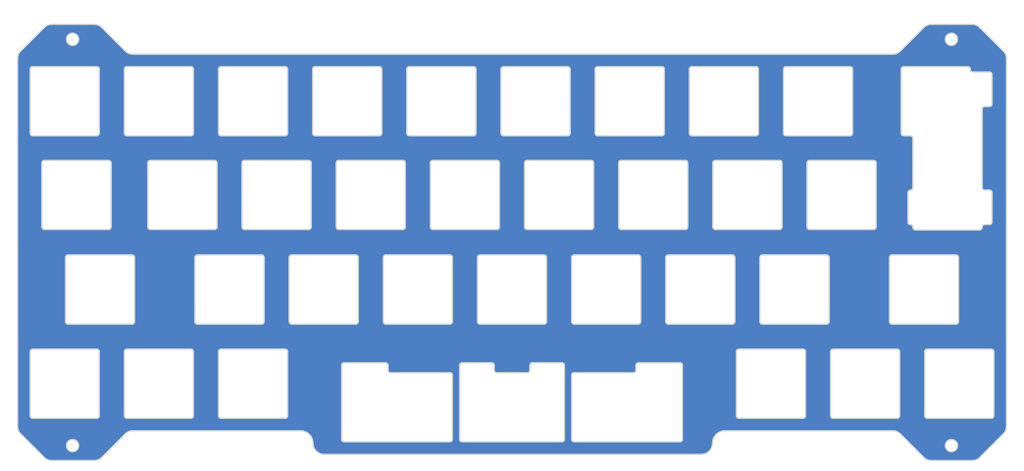
<source format=kicad_pcb>
(kicad_pcb (version 20221018) (generator pcbnew)
  (layers (0 "F.Cu" signal) (31 "B.Cu" signal) (34 "B.Paste" user) (35 "F.Paste" user) (36 "B.SilkS" user "B.Silkscreen") (37 "F.SilkS" user "F.Silkscreen") (38 "B.Mask" user) (39 "F.Mask" user) (44 "Edge.Cuts" user))
  (net 0 "")
  (gr_line (start 232.911371 81.660974) (end 232.911371 81.747974) (stroke (width 0.25)) (layer "Edge.Cuts"))
  (gr_line (start 111.967621 49.192716) (end 124.967621 49.192716) (stroke (width 0.25)) (layer "Edge.Cuts"))
  (gr_curve (pts (xy 202.454832 101.292716) (xy 202.17869 101.292716) (xy 201.954832 101.068858) (xy 201.954832 100.792716)) (stroke (width 0.25)) (layer "Edge.Cuts"))
  (gr_curve (pts (xy 249.292621 119.842716) (xy 249.292621 120.118858) (xy 249.068764 120.342716) (xy 248.792621 120.342716)) (stroke (width 0.25)) (layer "Edge.Cuts"))
  (gr_line (start 73.867621 49.192716) (end 86.867621 49.192716) (stroke (width 0.25)) (layer "Edge.Cuts"))
  (gr_line (start 111.180007 68.658716) (end 111.180007 81.658716) (stroke (width 0.25)) (layer "Edge.Cuts"))
  (gr_curve (pts (xy 97.180007 68.658716) (xy 97.180007 68.382573) (xy 97.403864 68.158716) (xy 97.680007 68.158716)) (stroke (width 0.25)) (layer "Edge.Cuts"))
  (gr_line (start 246.911371 73.660974) (end 246.911371 57.784974) (stroke (width 0.25)) (layer "Edge.Cuts"))
  (gr_line (start 135.780007 68.158716) (end 148.780007 68.158716) (stroke (width 0.25)) (layer "Edge.Cuts"))
  (gr_curve (pts (xy 126.254832 101.292716) (xy 125.97869 101.292716) (xy 125.754832 101.068858) (xy 125.754832 100.792716)) (stroke (width 0.25)) (layer "Edge.Cuts"))
  (gr_line (start 211.192621 106.842716) (end 211.192621 119.842716) (stroke (width 0.25)) (layer "Edge.Cuts"))
  (gr_line (start 249.292621 106.842716) (end 249.292621 119.842716) (stroke (width 0.25)) (layer "Edge.Cuts"))
  (gr_line (start 68.777955 128.281984) (end 73.606441 123.453598) (stroke (width 0.25)) (layer "Edge.Cuts"))
  (gr_curve (pts (xy 131.017621 63.192716) (xy 130.741479 63.192716) (xy 130.517621 62.968858) (xy 130.517621 62.692716)) (stroke (width 0.25)) (layer "Edge.Cuts"))
  (gr_line (start 161.917121 125.105474) (end 141.693121 125.105474) (stroke (width 0.25)) (layer "Edge.Cuts"))
  (gr_curve (pts (xy 246.911371 81.660974) (xy 246.911371 81.384832) (xy 247.135229 81.160974) (xy 247.411371 81.160974)) (stroke (width 0.25)) (layer "Edge.Cuts"))
  (gr_curve (pts (xy 111.967621 63.192716) (xy 111.691479 63.192716) (xy 111.467621 62.968858) (xy 111.467621 62.692716)) (stroke (width 0.25)) (layer "Edge.Cuts"))
  (gr_curve (pts (xy 246.411371 82.247974) (xy 246.687514 82.247974) (xy 246.911371 82.024117) (xy 246.911371 81.747974)) (stroke (width 0.25)) (layer "Edge.Cuts"))
  (gr_curve (pts (xy 232.411371 81.160974) (xy 232.687514 81.160974) (xy 232.911371 81.384832) (xy 232.911371 81.660974)) (stroke (width 0.25)) (layer "Edge.Cuts"))
  (gr_curve (pts (xy 173.380007 68.658716) (xy 173.380007 68.382573) (xy 173.603864 68.158716) (xy 173.880007 68.158716)) (stroke (width 0.25)) (layer "Edge.Cuts"))
  (gr_line (start 73.367621 119.842716) (end 73.367621 106.842716) (stroke (width 0.25)) (layer "Edge.Cuts"))
  (gr_curve (pts (xy 244.530121 49.692974) (xy 244.530121 49.416832) (xy 244.306264 49.192974) (xy 244.030121 49.192974)) (stroke (width 0.25)) (layer "Edge.Cuts"))
  (gr_curve (pts (xy 228.149082 87.792716) (xy 228.149082 87.516573) (xy 228.37294 87.292716) (xy 228.649082 87.292716)) (stroke (width 0.25)) (layer "Edge.Cuts"))
  (gr_curve (pts (xy 54.317621 106.842716) (xy 54.317621 106.566573) (xy 54.541479 106.342716) (xy 54.817621 106.342716)) (stroke (width 0.25)) (layer "Edge.Cuts"))
  (gr_curve (pts (xy 251.818004 47.496387) (xy 251.818002 46.965953) (xy 251.607285 46.457245) (xy 251.23221 46.082174)) (stroke (width 0.25)) (layer "Edge.Cuts"))
  (gr_curve (pts (xy 241.649082 87.292716) (xy 241.925224 87.292716) (xy 242.149082 87.516573) (xy 242.149082 87.792716)) (stroke (width 0.25)) (layer "Edge.Cuts"))
  (gr_curve (pts (xy 235.292621 106.842716) (xy 235.292621 106.566573) (xy 235.516479 106.342716) (xy 235.792621 106.342716)) (stroke (width 0.25)) (layer "Edge.Cuts"))
  (gr_curve (pts (xy 232.911371 73.660974) (xy 232.911371 73.937117) (xy 232.687514 74.160974) (xy 232.411371 74.160974)) (stroke (width 0.25)) (layer "Edge.Cuts"))
  (gr_curve (pts (xy 248.911371 50.784974) (xy 248.911371 50.508832) (xy 248.687514 50.284974) (xy 248.411371 50.284974)) (stroke (width 0.25)) (layer "Edge.Cuts"))
  (gr_line (start 185.793121 125.105474) (end 164.355121 125.105474) (stroke (width 0.25)) (layer "Edge.Cuts"))
  (gr_line (start 251.23221 46.082174) (end 246.40375 41.253714) (stroke (width 0.25)) (layer "Edge.Cuts"))
  (gr_line (start 231.030121 63.197974) (end 232.411371 63.197974) (stroke (width 0.25)) (layer "Edge.Cuts"))
  (gr_line (start 187.667621 62.692716) (end 187.667621 49.692716) (stroke (width 0.25)) (layer "Edge.Cuts"))
  (gr_curve (pts (xy 236.571091 40.667928) (xy 236.040658 40.667928) (xy 235.53195 40.878641) (xy 235.156877 41.253714)) (stroke (width 0.25)) (layer "Edge.Cuts"))
  (gr_curve (pts (xy 141.693121 125.105474) (xy 141.416979 125.105474) (xy 141.193121 124.881617) (xy 141.193121 124.605474)) (stroke (width 0.25)) (layer "Edge.Cuts"))
  (gr_line (start 247.411371 81.160974) (end 248.411371 81.160974) (stroke (width 0.25)) (layer "Edge.Cuts"))
  (gr_line (start 167.830007 82.158716) (end 154.830007 82.158716) (stroke (width 0.25)) (layer "Edge.Cuts"))
  (gr_line (start 113.807114 127.629698) (end 190.101618 127.629698) (stroke (width 0.25)) (layer "Edge.Cuts"))
  (gr_line (start 225.480007 68.658716) (end 225.480007 81.658716) (stroke (width 0.25)) (layer "Edge.Cuts"))
  (gr_curve (pts (xy 74.960332 87.292974) (xy 75.236474 87.292974) (xy 75.460332 87.516832) (xy 75.460332 87.792974)) (stroke (width 0.25)) (layer "Edge.Cuts"))
  (gr_curve (pts (xy 147.693121 109.105474) (xy 147.969264 109.105474) (xy 148.193121 109.329332) (xy 148.193121 109.605474)) (stroke (width 0.25)) (layer "Edge.Cuts"))
  (gr_line (start 168.330007 68.658716) (end 168.330007 81.658716) (stroke (width 0.25)) (layer "Edge.Cuts"))
  (gr_line (start 149.280007 68.658716) (end 149.280007 81.658716) (stroke (width 0.25)) (layer "Edge.Cuts"))
  (gr_line (start 117.317121 124.605474) (end 117.317121 109.605474) (stroke (width 0.25)) (layer "Edge.Cuts"))
  (gr_curve (pts (xy 230.530121 62.697974) (xy 230.530121 62.974117) (xy 230.753979 63.197974) (xy 231.030121 63.197974)) (stroke (width 0.25)) (layer "Edge.Cuts"))
  (gr_curve (pts (xy 186.880007 68.158716) (xy 187.156149 68.158716) (xy 187.380007 68.382573) (xy 187.380007 68.658716)) (stroke (width 0.25)) (layer "Edge.Cuts"))
  (gr_curve (pts (xy 185.793121 109.105474) (xy 186.069264 109.105474) (xy 186.293121 109.329332) (xy 186.293121 109.605474)) (stroke (width 0.25)) (layer "Edge.Cuts"))
  (gr_curve (pts (xy 230.242621 119.842716) (xy 230.242621 120.118858) (xy 230.018764 120.342716) (xy 229.742621 120.342716)) (stroke (width 0.25)) (layer "Edge.Cuts"))
  (gr_line (start 148.193121 109.605474) (end 148.193121 110.610474) (stroke (width 0.25)) (layer "Edge.Cuts"))
  (gr_line (start 110.680007 82.158716) (end 97.680007 82.158716) (stroke (width 0.25)) (layer "Edge.Cuts"))
  (gr_curve (pts (xy 117.317121 109.605474) (xy 117.317121 109.329332) (xy 117.540979 109.105474) (xy 117.817121 109.105474)) (stroke (width 0.25)) (layer "Edge.Cuts"))
  (gr_line (start 67.817621 120.342716) (end 54.817621 120.342716) (stroke (width 0.25)) (layer "Edge.Cuts"))
  (gr_line (start 105.917621 63.192716) (end 92.917621 63.192716) (stroke (width 0.25)) (layer "Edge.Cuts"))
  (gr_curve (pts (xy 192.930007 82.158716) (xy 192.653864 82.158716) (xy 192.430007 81.934858) (xy 192.430007 81.658716)) (stroke (width 0.25)) (layer "Edge.Cuts"))
  (gr_line (start 224.980007 82.158716) (end 211.980007 82.158716) (stroke (width 0.25)) (layer "Edge.Cuts"))
  (gr_curve (pts (xy 231.911371 80.660974) (xy 231.911371 80.937117) (xy 232.135229 81.160974) (xy 232.411371 81.160974)) (stroke (width 0.25)) (layer "Edge.Cuts"))
  (gr_line (start 182.117621 63.192716) (end 169.117621 63.192716) (stroke (width 0.25)) (layer "Edge.Cuts"))
  (gr_line (start 228.649082 87.292716) (end 241.649082 87.292716) (stroke (width 0.25)) (layer "Edge.Cuts"))
  (gr_line (start 106.417621 106.842716) (end 106.417621 119.842716) (stroke (width 0.25)) (layer "Edge.Cuts"))
  (gr_curve (pts (xy 139.754832 100.792716) (xy 139.754832 101.068858) (xy 139.530974 101.292716) (xy 139.254832 101.292716)) (stroke (width 0.25)) (layer "Edge.Cuts"))
  (gr_curve (pts (xy 61.960332 101.292974) (xy 61.68419 101.292974) (xy 61.460332 101.069117) (xy 61.460332 100.792974)) (stroke (width 0.25)) (layer "Edge.Cuts"))
  (gr_curve (pts (xy 251.231805 123.455434) (xy 251.606882 123.080365) (xy 251.817601 122.57166) (xy 251.817606 122.041227)) (stroke (width 0.25)) (layer "Edge.Cuts"))
  (gr_line (start 188.167621 49.192716) (end 201.167621 49.192716) (stroke (width 0.25)) (layer "Edge.Cuts"))
  (gr_line (start 141.693121 109.105474) (end 147.693121 109.105474) (stroke (width 0.25)) (layer "Edge.Cuts"))
  (gr_line (start 74.960332 101.292974) (end 61.960332 101.292974) (stroke (width 0.25)) (layer "Edge.Cuts"))
  (gr_curve (pts (xy 248.792621 106.342716) (xy 249.068764 106.342716) (xy 249.292621 106.566573) (xy 249.292621 106.842716)) (stroke (width 0.25)) (layer "Edge.Cuts"))
  (gr_curve (pts (xy 186.293121 124.605474) (xy 186.293121 124.881617) (xy 186.069264 125.105474) (xy 185.793121 125.105474)) (stroke (width 0.25)) (layer "Edge.Cuts"))
  (gr_curve (pts (xy 92.130007 81.658716) (xy 92.130007 81.934858) (xy 91.906149 82.158716) (xy 91.630007 82.158716)) (stroke (width 0.25)) (layer "Edge.Cuts"))
  (gr_line (start 164.354832 87.292716) (end 177.354832 87.292716) (stroke (width 0.25)) (layer "Edge.Cuts"))
  (gr_line (start 201.954832 100.792716) (end 201.954832 87.792716) (stroke (width 0.25)) (layer "Edge.Cuts"))
  (gr_line (start 73.606837 46.082141) (end 68.77841 41.253714) (stroke (width 0.25)) (layer "Edge.Cuts"))
  (gr_curve (pts (xy 248.411371 57.284974) (xy 248.687514 57.284974) (xy 248.911371 57.061117) (xy 248.911371 56.784974)) (stroke (width 0.25)) (layer "Edge.Cuts"))
  (gr_curve (pts (xy 163.855121 111.605474) (xy 163.855121 111.329332) (xy 164.078979 111.105474) (xy 164.355121 111.105474)) (stroke (width 0.25)) (layer "Edge.Cuts"))
  (gr_line (start 211.480007 81.658716) (end 211.480007 68.658716) (stroke (width 0.25)) (layer "Edge.Cuts"))
  (gr_line (start 210.692621 120.342716) (end 197.692621 120.342716) (stroke (width 0.25)) (layer "Edge.Cuts"))
  (gr_curve (pts (xy 105.917621 49.192716) (xy 106.193764 49.192716) (xy 106.417621 49.416573) (xy 106.417621 49.692716)) (stroke (width 0.25)) (layer "Edge.Cuts"))
  (gr_line (start 101.654832 87.792716) (end 101.654832 100.792716) (stroke (width 0.25)) (layer "Edge.Cuts"))
  (gr_curve (pts (xy 232.411371 74.160974) (xy 232.135229 74.160974) (xy 231.911371 74.384832) (xy 231.911371 74.660974)) (stroke (width 0.25)) (layer "Edge.Cuts"))
  (gr_curve (pts (xy 176.380121 111.105474) (xy 176.656264 111.105474) (xy 176.880121 110.881617) (xy 176.880121 110.605474)) (stroke (width 0.25)) (layer "Edge.Cuts"))
  (gr_line (start 70.699007 68.658581) (end 70.699007 81.658581) (stroke (width 0.25)) (layer "Edge.Cuts"))
  (gr_circle (center 240.698851 125.869552) (end 241.948851 125.869552) (stroke (width 0.25)) (fill none) (layer "Edge.Cuts"))
  (gr_line (start 51.792621 84.646702) (end 51.792231 122.039165) (stroke (width 0.25)) (layer "Edge.Cuts"))
  (gr_line (start 120.704832 87.792716) (end 120.704832 100.792716) (stroke (width 0.25)) (layer "Edge.Cuts"))
  (gr_line (start 232.911371 63.697974) (end 232.911371 73.660974) (stroke (width 0.25)) (layer "Edge.Cuts"))
  (gr_circle (center 62.911162 125.867709) (end 64.161162 125.867709) (stroke (width 0.25)) (fill none) (layer "Edge.Cuts"))
  (gr_line (start 235.156877 41.253714) (end 230.328408 46.082183) (stroke (width 0.25)) (layer "Edge.Cuts"))
  (gr_line (start 107.204832 87.292716) (end 120.204832 87.292716) (stroke (width 0.25)) (layer "Edge.Cuts"))
  (gr_line (start 145.304832 87.292716) (end 158.304832 87.292716) (stroke (width 0.25)) (layer "Edge.Cuts"))
  (gr_line (start 78.130007 81.658716) (end 78.130007 68.658716) (stroke (width 0.25)) (layer "Edge.Cuts"))
  (gr_curve (pts (xy 201.667621 62.692716) (xy 201.667621 62.968858) (xy 201.443764 63.192716) (xy 201.167621 63.192716)) (stroke (width 0.25)) (layer "Edge.Cuts"))
  (gr_curve (pts (xy 207.217621 63.192716) (xy 206.941479 63.192716) (xy 206.717621 62.968858) (xy 206.717621 62.692716)) (stroke (width 0.25)) (layer "Edge.Cuts"))
  (gr_line (start 194.863345 122.867975) (end 228.912399 122.868026) (stroke (width 0.25)) (layer "Edge.Cuts"))
  (gr_curve (pts (xy 124.967621 49.192716) (xy 125.243764 49.192716) (xy 125.467621 49.416573) (xy 125.467621 49.692716)) (stroke (width 0.25)) (layer "Edge.Cuts"))
  (gr_line (start 117.817121 109.105474) (end 126.230121 109.105474) (stroke (width 0.25)) (layer "Edge.Cuts"))
  (gr_line (start 131.017621 49.192716) (end 144.017621 49.192716) (stroke (width 0.25)) (layer "Edge.Cuts"))
  (gr_line (start 220.717621 49.692716) (end 220.717621 62.692716) (stroke (width 0.25)) (layer "Edge.Cuts"))
  (gr_line (start 139.755121 111.605474) (end 139.755121 124.605474) (stroke (width 0.25)) (layer "Edge.Cuts"))
  (gr_curve (pts (xy 101.654832 100.792716) (xy 101.654832 101.068858) (xy 101.430974 101.292716) (xy 101.154832 101.292716)) (stroke (width 0.25)) (layer "Edge.Cuts"))
  (gr_curve (pts (xy 92.417621 106.842716) (xy 92.417621 106.566573) (xy 92.641479 106.342716) (xy 92.917621 106.342716)) (stroke (width 0.25)) (layer "Edge.Cuts"))
  (gr_line (start 87.367621 106.842716) (end 87.367621 119.842716) (stroke (width 0.25)) (layer "Edge.Cuts"))
  (gr_curve (pts (xy 92.917621 63.192716) (xy 92.641479 63.192716) (xy 92.417621 62.968858) (xy 92.417621 62.692716)) (stroke (width 0.25)) (layer "Edge.Cuts"))
  (gr_line (start 207.217621 49.192716) (end 220.217621 49.192716) (stroke (width 0.25)) (layer "Edge.Cuts"))
  (gr_curve (pts (xy 86.867621 106.342716) (xy 87.143764 106.342716) (xy 87.367621 106.566573) (xy 87.367621 106.842716)) (stroke (width 0.25)) (layer "Edge.Cuts"))
  (gr_line (start 231.911371 74.660974) (end 231.911371 80.660974) (stroke (width 0.25)) (layer "Edge.Cuts"))
  (gr_line (start 139.254832 101.292716) (end 126.254832 101.292716) (stroke (width 0.25)) (layer "Edge.Cuts"))
  (gr_curve (pts (xy 120.704832 100.792716) (xy 120.704832 101.068858) (xy 120.480974 101.292716) (xy 120.204832 101.292716)) (stroke (width 0.25)) (layer "Edge.Cuts"))
  (gr_curve (pts (xy 164.355121 125.105474) (xy 164.078979 125.105474) (xy 163.855121 124.881617) (xy 163.855121 124.605474)) (stroke (width 0.25)) (layer "Edge.Cuts"))
  (gr_curve (pts (xy 54.817621 120.342716) (xy 54.541479 120.342716) (xy 54.317621 120.118858) (xy 54.317621 119.842716)) (stroke (width 0.25)) (layer "Edge.Cuts"))
  (gr_line (start 87.367621 49.692716) (end 87.367621 62.692716) (stroke (width 0.25)) (layer "Edge.Cuts"))
  (gr_curve (pts (xy 220.217621 49.192716) (xy 220.493764 49.192716) (xy 220.717621 49.416573) (xy 220.717621 49.692716)) (stroke (width 0.25)) (layer "Edge.Cuts"))
  (gr_curve (pts (xy 51.792231 122.039165) (xy 51.792225 122.569598) (xy 52.002934 123.078308) (xy 52.378002 123.453385)) (stroke (width 0.25)) (layer "Edge.Cuts"))
  (gr_line (start 135.280007 81.658716) (end 135.280007 68.658716) (stroke (width 0.25)) (layer "Edge.Cuts"))
  (gr_curve (pts (xy 196.404832 87.292716) (xy 196.680974 87.292716) (xy 196.904832 87.516573) (xy 196.904832 87.792716)) (stroke (width 0.25)) (layer "Edge.Cuts"))
  (gr_line (start 97.180007 81.658716) (end 97.180007 68.658716) (stroke (width 0.25)) (layer "Edge.Cuts"))
  (gr_curve (pts (xy 228.912399 122.868026) (xy 229.442838 122.868027) (xy 229.951551 123.078746) (xy 230.326624 123.453827)) (stroke (width 0.25)) (layer "Edge.Cuts"))
  (gr_curve (pts (xy 231.030121 49.192974) (xy 230.753979 49.192974) (xy 230.530121 49.416832) (xy 230.530121 49.692974)) (stroke (width 0.25)) (layer "Edge.Cuts"))
  (gr_line (start 127.230121 111.105474) (end 139.255121 111.105474) (stroke (width 0.25)) (layer "Edge.Cuts"))
  (gr_line (start 57.199007 68.158581) (end 70.199007 68.158581) (stroke (width 0.25)) (layer "Edge.Cuts"))
  (gr_curve (pts (xy 248.911371 74.660974) (xy 248.911371 74.384832) (xy 248.687514 74.160974) (xy 248.411371 74.160974)) (stroke (width 0.25)) (layer "Edge.Cuts"))
  (gr_curve (pts (xy 220.717621 62.692716) (xy 220.717621 62.968858) (xy 220.493764 63.192716) (xy 220.217621 63.192716)) (stroke (width 0.25)) (layer "Edge.Cuts"))
  (gr_curve (pts (xy 187.667621 49.692716) (xy 187.667621 49.416573) (xy 187.891479 49.192716) (xy 188.167621 49.192716)) (stroke (width 0.25)) (layer "Edge.Cuts"))
  (gr_curve (pts (xy 116.730007 82.158716) (xy 116.453864 82.158716) (xy 116.230007 81.934858) (xy 116.230007 81.658716)) (stroke (width 0.25)) (layer "Edge.Cuts"))
  (gr_curve (pts (xy 67.363735 128.867755) (xy 67.894168 128.867761) (xy 68.402878 128.657052) (xy 68.777955 128.281984)) (stroke (width 0.25)) (layer "Edge.Cuts"))
  (gr_curve (pts (xy 173.880007 82.158716) (xy 173.603864 82.158716) (xy 173.380007 81.934858) (xy 173.380007 81.658716)) (stroke (width 0.25)) (layer "Edge.Cuts"))
  (gr_curve (pts (xy 177.354832 87.292716) (xy 177.630974 87.292716) (xy 177.854832 87.516573) (xy 177.854832 87.792716)) (stroke (width 0.25)) (layer "Edge.Cuts"))
  (gr_line (start 51.792621 47.496355) (end 51.792621 84.646702) (stroke (width 0.25)) (layer "Edge.Cuts"))
  (gr_line (start 67.818007 63.192974) (end 54.818007 63.192974) (stroke (width 0.25)) (layer "Edge.Cuts"))
  (gr_curve (pts (xy 148.780007 68.158716) (xy 149.056149 68.158716) (xy 149.280007 68.382573) (xy 149.280007 68.658716)) (stroke (width 0.25)) (layer "Edge.Cuts"))
  (gr_line (start 154.330007 81.658716) (end 154.330007 68.658716) (stroke (width 0.25)) (layer "Edge.Cuts"))
  (gr_line (start 177.354832 101.292716) (end 164.354832 101.292716) (stroke (width 0.25)) (layer "Edge.Cuts"))
  (gr_line (start 248.911371 56.784974) (end 248.911371 50.784974) (stroke (width 0.25)) (layer "Edge.Cuts"))
  (gr_line (start 241.649082 101.292716) (end 228.649082 101.292716) (stroke (width 0.25)) (layer "Edge.Cuts"))
  (gr_curve (pts (xy 176.880121 109.610474) (xy 176.880121 109.334332) (xy 177.103979 109.110474) (xy 177.380121 109.110474)) (stroke (width 0.25)) (layer "Edge.Cuts"))
  (gr_line (start 139.754832 87.792716) (end 139.754832 100.792716) (stroke (width 0.25)) (layer "Edge.Cuts"))
  (gr_line (start 248.411371 74.160974) (end 247.411371 74.160974) (stroke (width 0.25)) (layer "Edge.Cuts"))
  (gr_line (start 74.996336 122.867974) (end 109.04539 122.867974) (stroke (width 0.25)) (layer "Edge.Cuts"))
  (gr_line (start 144.804832 100.792716) (end 144.804832 87.792716) (stroke (width 0.25)) (layer "Edge.Cuts"))
  (gr_curve (pts (xy 158.804832 100.792716) (xy 158.804832 101.068858) (xy 158.580974 101.292716) (xy 158.304832 101.292716)) (stroke (width 0.25)) (layer "Edge.Cuts"))
  (gr_curve (pts (xy 149.567621 49.692716) (xy 149.567621 49.416573) (xy 149.791479 49.192716) (xy 150.067621 49.192716)) (stroke (width 0.25)) (layer "Edge.Cuts"))
  (gr_curve (pts (xy 158.304832 87.292716) (xy 158.580974 87.292716) (xy 158.804832 87.516573) (xy 158.804832 87.792716)) (stroke (width 0.25)) (layer "Edge.Cuts"))
  (gr_line (start 216.742621 106.342716) (end 229.742621 106.342716) (stroke (width 0.25)) (layer "Edge.Cuts"))
  (gr_curve (pts (xy 215.454832 87.292716) (xy 215.730974 87.292716) (xy 215.954832 87.516573) (xy 215.954832 87.792716)) (stroke (width 0.25)) (layer "Edge.Cuts"))
  (gr_curve (pts (xy 120.204832 87.292716) (xy 120.480974 87.292716) (xy 120.704832 87.516573) (xy 120.704832 87.792716)) (stroke (width 0.25)) (layer "Edge.Cuts"))
  (gr_curve (pts (xy 125.754832 87.792716) (xy 125.754832 87.516573) (xy 125.97869 87.292716) (xy 126.254832 87.292716)) (stroke (width 0.25)) (layer "Edge.Cuts"))
  (gr_line (start 215.954832 87.792716) (end 215.954832 100.792716) (stroke (width 0.25)) (layer "Edge.Cuts"))
  (gr_curve (pts (xy 68.317621 119.842716) (xy 68.317621 120.118858) (xy 68.093764 120.342716) (xy 67.817621 120.342716)) (stroke (width 0.25)) (layer "Edge.Cuts"))
  (gr_line (start 75.460332 87.792974) (end 75.460332 100.792974) (stroke (width 0.25)) (layer "Edge.Cuts"))
  (gr_line (start 149.567621 62.692716) (end 149.567621 49.692716) (stroke (width 0.25)) (layer "Edge.Cuts"))
  (gr_curve (pts (xy 91.630007 68.158716) (xy 91.906149 68.158716) (xy 92.130007 68.382573) (xy 92.130007 68.658716)) (stroke (width 0.25)) (layer "Edge.Cuts"))
  (gr_curve (pts (xy 182.617621 62.692716) (xy 182.617621 62.968858) (xy 182.393764 63.192716) (xy 182.117621 63.192716)) (stroke (width 0.25)) (layer "Edge.Cuts"))
  (gr_line (start 206.430007 68.658716) (end 206.430007 81.658716) (stroke (width 0.25)) (layer "Edge.Cuts"))
  (gr_curve (pts (xy 130.230007 81.658716) (xy 130.230007 81.934858) (xy 130.006149 82.158716) (xy 129.730007 82.158716)) (stroke (width 0.25)) (layer "Edge.Cuts"))
  (gr_curve (pts (xy 92.417621 49.692716) (xy 92.417621 49.416573) (xy 92.641479 49.192716) (xy 92.917621 49.192716)) (stroke (width 0.25)) (layer "Edge.Cuts"))
  (gr_curve (pts (xy 92.917621 120.342716) (xy 92.641479 120.342716) (xy 92.417621 120.118858) (xy 92.417621 119.842716)) (stroke (width 0.25)) (layer "Edge.Cuts"))
  (gr_curve (pts (xy 215.954832 100.792716) (xy 215.954832 101.068858) (xy 215.730974 101.292716) (xy 215.454832 101.292716)) (stroke (width 0.25)) (layer "Edge.Cuts"))
  (gr_curve (pts (xy 52.378407 46.082141) (xy 52.003335 46.457214) (xy 51.792621 46.965922) (xy 51.792621 47.496355)) (stroke (width 0.25)) (layer "Edge.Cuts"))
  (gr_line (start 182.904832 100.792716) (end 182.904832 87.792716) (stroke (width 0.25)) (layer "Edge.Cuts"))
  (gr_curve (pts (xy 139.755121 124.605474) (xy 139.755121 124.881617) (xy 139.531264 125.105474) (xy 139.255121 125.105474)) (stroke (width 0.25)) (layer "Edge.Cuts"))
  (gr_line (start 197.692621 106.342716) (end 210.692621 106.342716) (stroke (width 0.25)) (layer "Edge.Cuts"))
  (gr_curve (pts (xy 163.567621 62.692716) (xy 163.567621 62.968858) (xy 163.343764 63.192716) (xy 163.067621 63.192716)) (stroke (width 0.25)) (layer "Edge.Cuts"))
  (gr_curve (pts (xy 73.367621 49.692716) (xy 73.367621 49.416573) (xy 73.591479 49.192716) (xy 73.867621 49.192716)) (stroke (width 0.25)) (layer "Edge.Cuts"))
  (gr_curve (pts (xy 168.617621 49.692716) (xy 168.617621 49.416573) (xy 168.841479 49.192716) (xy 169.117621 49.192716)) (stroke (width 0.25)) (layer "Edge.Cuts"))
  (gr_curve (pts (xy 75.021051 46.667927) (xy 74.490618 46.667927) (xy 73.98191 46.457214) (xy 73.606837 46.082141)) (stroke (width 0.25)) (layer "Edge.Cuts"))
  (gr_circle (center 62.911162 43.667927) (end 64.161162 43.667927) (stroke (width 0.25)) (fill none) (layer "Edge.Cuts"))
  (gr_line (start 244.530121 49.784974) (end 244.530121 49.692974) (stroke (width 0.25)) (layer "Edge.Cuts"))
  (gr_curve (pts (xy 111.180007 81.658716) (xy 111.180007 81.934858) (xy 110.956149 82.158716) (xy 110.680007 82.158716)) (stroke (width 0.25)) (layer "Edge.Cuts"))
  (gr_curve (pts (xy 154.830007 82.158716) (xy 154.553864 82.158716) (xy 154.330007 81.934858) (xy 154.330007 81.658716)) (stroke (width 0.25)) (layer "Edge.Cuts"))
  (gr_curve (pts (xy 57.206379 128.281862) (xy 57.581448 128.656939) (xy 58.090153 128.867658) (xy 58.620586 128.867664)) (stroke (width 0.25)) (layer "Edge.Cuts"))
  (gr_curve (pts (xy 88.154832 101.292716) (xy 87.87869 101.292716) (xy 87.654832 101.068858) (xy 87.654832 100.792716)) (stroke (width 0.25)) (layer "Edge.Cuts"))
  (gr_circle (center 240.698851 43.667946) (end 241.948851 43.667946) (stroke (width 0.25)) (fill none) (layer "Edge.Cuts"))
  (gr_line (start 163.854832 100.792716) (end 163.854832 87.792716) (stroke (width 0.25)) (layer "Edge.Cuts"))
  (gr_line (start 176.880121 110.605474) (end 176.880121 109.610474) (stroke (width 0.25)) (layer "Edge.Cuts"))
  (gr_curve (pts (xy 116.230007 68.658716) (xy 116.230007 68.382573) (xy 116.453864 68.158716) (xy 116.730007 68.158716)) (stroke (width 0.25)) (layer "Edge.Cuts"))
  (gr_line (start 54.318007 62.692974) (end 54.318007 49.692974) (stroke (width 0.25)) (layer "Edge.Cuts"))
  (gr_line (start 97.680007 68.158716) (end 110.680007 68.158716) (stroke (width 0.25)) (layer "Edge.Cuts"))
  (gr_curve (pts (xy 224.980007 68.158716) (xy 225.256149 68.158716) (xy 225.480007 68.382573) (xy 225.480007 68.658716)) (stroke (width 0.25)) (layer "Edge.Cuts"))
  (gr_curve (pts (xy 73.867621 63.192716) (xy 73.591479 63.192716) (xy 73.367621 62.968858) (xy 73.367621 62.692716)) (stroke (width 0.25)) (layer "Edge.Cuts"))
  (gr_curve (pts (xy 68.77841 41.253714) (xy 68.403337 40.878641) (xy 67.89463 40.667927) (xy 67.364197 40.667927)) (stroke (width 0.25)) (layer "Edge.Cuts"))
  (gr_line (start 173.880007 68.158716) (end 186.880007 68.158716) (stroke (width 0.25)) (layer "Edge.Cuts"))
  (gr_curve (pts (xy 117.817121 125.105474) (xy 117.540979 125.105474) (xy 117.317121 124.881617) (xy 117.317121 124.605474)) (stroke (width 0.25)) (layer "Edge.Cuts"))
  (gr_line (start 168.617621 62.692716) (end 168.617621 49.692716) (stroke (width 0.25)) (layer "Edge.Cuts"))
  (gr_curve (pts (xy 141.193121 109.605474) (xy 141.193121 109.329332) (xy 141.416979 109.105474) (xy 141.693121 109.105474)) (stroke (width 0.25)) (layer "Edge.Cuts"))
  (gr_line (start 247.411371 57.284974) (end 248.411371 57.284974) (stroke (width 0.25)) (layer "Edge.Cuts"))
  (gr_line (start 144.517621 49.692716) (end 144.517621 62.692716) (stroke (width 0.25)) (layer "Edge.Cuts"))
  (gr_curve (pts (xy 163.854832 87.792716) (xy 163.854832 87.516573) (xy 164.07869 87.292716) (xy 164.354832 87.292716)) (stroke (width 0.25)) (layer "Edge.Cuts"))
  (gr_line (start 235.292621 119.842716) (end 235.292621 106.842716) (stroke (width 0.25)) (layer "Edge.Cuts"))
  (gr_curve (pts (xy 87.367621 119.842716) (xy 87.367621 120.118858) (xy 87.143764 120.342716) (xy 86.867621 120.342716)) (stroke (width 0.25)) (layer "Edge.Cuts"))
  (gr_line (start 54.818007 49.192974) (end 67.818007 49.192974) (stroke (width 0.25)) (layer "Edge.Cuts"))
  (gr_line (start 186.293121 109.605474) (end 186.293121 124.605474) (stroke (width 0.25)) (layer "Edge.Cuts"))
  (gr_line (start 229.742621 120.342716) (end 216.742621 120.342716) (stroke (width 0.25)) (layer "Edge.Cuts"))
  (gr_line (start 192.930007 68.158716) (end 205.930007 68.158716) (stroke (width 0.25)) (layer "Edge.Cuts"))
  (gr_line (start 52.378002 123.453385) (end 57.206379 128.281862) (stroke (width 0.25)) (layer "Edge.Cuts"))
  (gr_line (start 202.454832 87.292716) (end 215.454832 87.292716) (stroke (width 0.25)) (layer "Edge.Cuts"))
  (gr_line (start 197.192621 119.842716) (end 197.192621 106.842716) (stroke (width 0.25)) (layer "Edge.Cuts"))
  (gr_line (start 120.204832 101.292716) (end 107.204832 101.292716) (stroke (width 0.25)) (layer "Edge.Cuts"))
  (gr_curve (pts (xy 169.117621 63.192716) (xy 168.841479 63.192716) (xy 168.617621 62.968858) (xy 168.617621 62.692716)) (stroke (width 0.25)) (layer "Edge.Cuts"))
  (gr_line (start 162.417121 109.605474) (end 162.417121 124.605474) (stroke (width 0.25)) (layer "Edge.Cuts"))
  (gr_line (start 54.817621 106.342716) (end 67.817621 106.342716) (stroke (width 0.25)) (layer "Edge.Cuts"))
  (gr_line (start 54.317621 119.842716) (end 54.317621 106.842716) (stroke (width 0.25)) (layer "Edge.Cuts"))
  (gr_line (start 141.193121 124.605474) (end 141.193121 109.605474) (stroke (width 0.25)) (layer "Edge.Cuts"))
  (gr_curve (pts (xy 206.430007 81.658716) (xy 206.430007 81.934858) (xy 206.206149 82.158716) (xy 205.930007 82.158716)) (stroke (width 0.25)) (layer "Edge.Cuts"))
  (gr_curve (pts (xy 201.167621 49.192716) (xy 201.443764 49.192716) (xy 201.667621 49.416573) (xy 201.667621 49.692716)) (stroke (width 0.25)) (layer "Edge.Cuts"))
  (gr_curve (pts (xy 197.192621 106.842716) (xy 197.192621 106.566573) (xy 197.416479 106.342716) (xy 197.692621 106.342716)) (stroke (width 0.25)) (layer "Edge.Cuts"))
  (gr_curve (pts (xy 244.989075 128.869615) (xy 245.519508 128.869621) (xy 246.028218 128.658912) (xy 246.403295 128.283843)) (stroke (width 0.25)) (layer "Edge.Cuts"))
  (gr_line (start 58.620586 128.867664) (end 67.363735 128.867755) (stroke (width 0.25)) (layer "Edge.Cuts"))
  (gr_line (start 158.804832 87.792716) (end 158.804832 100.792716) (stroke (width 0.25)) (layer "Edge.Cuts"))
  (gr_curve (pts (xy 68.318007 62.692974) (xy 68.318007 62.969117) (xy 68.094149 63.192974) (xy 67.818007 63.192974)) (stroke (width 0.25)) (layer "Edge.Cuts"))
  (gr_curve (pts (xy 235.156421 128.283726) (xy 235.53149 128.658802) (xy 236.040196 128.869521) (xy 236.570629 128.869527)) (stroke (width 0.25)) (layer "Edge.Cuts"))
  (gr_line (start 205.930007 82.158716) (end 192.930007 82.158716) (stroke (width 0.25)) (layer "Edge.Cuts"))
  (gr_curve (pts (xy 101.154832 87.292716) (xy 101.430974 87.292716) (xy 101.654832 87.516573) (xy 101.654832 87.792716)) (stroke (width 0.25)) (layer "Edge.Cuts"))
  (gr_line (start 116.230007 81.658716) (end 116.230007 68.658716) (stroke (width 0.25)) (layer "Edge.Cuts"))
  (gr_curve (pts (xy 144.517621 62.692716) (xy 144.517621 62.968858) (xy 144.293764 63.192716) (xy 144.017621 63.192716)) (stroke (width 0.25)) (layer "Edge.Cuts"))
  (gr_line (start 248.792621 120.342716) (end 235.792621 120.342716) (stroke (width 0.25)) (layer "Edge.Cuts"))
  (gr_curve (pts (xy 168.330007 81.658716) (xy 168.330007 81.934858) (xy 168.106149 82.158716) (xy 167.830007 82.158716)) (stroke (width 0.25)) (layer "Edge.Cuts"))
  (gr_line (start 230.326624 123.453827) (end 235.156421 128.283726) (stroke (width 0.25)) (layer "Edge.Cuts"))
  (gr_curve (pts (xy 97.680007 82.158716) (xy 97.403864 82.158716) (xy 97.180007 81.934858) (xy 97.180007 81.658716)) (stroke (width 0.25)) (layer "Edge.Cuts"))
  (gr_line (start 92.917621 106.342716) (end 105.917621 106.342716) (stroke (width 0.25)) (layer "Edge.Cuts"))
  (gr_curve (pts (xy 73.606441 123.453598) (xy 73.975561 123.084486) (xy 74.474366 122.874318) (xy 74.996336 122.867974)) (stroke (width 0.25)) (layer "Edge.Cuts"))
  (gr_line (start 230.530121 49.692974) (end 230.530121 62.697974) (stroke (width 0.25)) (layer "Edge.Cuts"))
  (gr_line (start 73.367621 62.692716) (end 73.367621 49.692716) (stroke (width 0.25)) (layer "Edge.Cuts"))
  (gr_line (start 125.754832 100.792716) (end 125.754832 87.792716) (stroke (width 0.25)) (layer "Edge.Cuts"))
  (gr_line (start 244.989537 40.667928) (end 236.571091 40.667928) (stroke (width 0.25)) (layer "Edge.Cuts"))
  (gr_line (start 105.917621 120.342716) (end 92.917621 120.342716) (stroke (width 0.25)) (layer "Edge.Cuts"))
  (gr_curve (pts (xy 162.417121 124.605474) (xy 162.417121 124.881617) (xy 162.193264 125.105474) (xy 161.917121 125.105474)) (stroke (width 0.25)) (layer "Edge.Cuts"))
  (gr_line (start 173.380007 81.658716) (end 173.380007 68.658716) (stroke (width 0.25)) (layer "Edge.Cuts"))
  (gr_curve (pts (xy 61.460332 87.792974) (xy 61.460332 87.516832) (xy 61.68419 87.292974) (xy 61.960332 87.292974)) (stroke (width 0.25)) (layer "Edge.Cuts"))
  (gr_line (start 57.206835 41.253714) (end 52.378407 46.082141) (stroke (width 0.25)) (layer "Edge.Cuts"))
  (gr_curve (pts (xy 135.280007 68.658716) (xy 135.280007 68.382573) (xy 135.503864 68.158716) (xy 135.780007 68.158716)) (stroke (width 0.25)) (layer "Edge.Cuts"))
  (gr_curve (pts (xy 87.654832 87.792716) (xy 87.654832 87.516573) (xy 87.87869 87.292716) (xy 88.154832 87.292716)) (stroke (width 0.25)) (layer "Edge.Cuts"))
  (gr_line (start 246.403295 128.283843) (end 251.231805 123.455434) (stroke (width 0.25)) (layer "Edge.Cuts"))
  (gr_curve (pts (xy 192.363341 125.368004) (xy 192.363341 125.367993) (xy 192.363341 125.367982) (xy 192.363341 125.367971)) (stroke (width 0.25)) (layer "Edge.Cuts"))
  (gr_line (start 126.730121 109.610474) (end 126.730121 110.605474) (stroke (width 0.25)) (layer "Edge.Cuts"))
  (gr_line (start 144.017621 63.192716) (end 131.017621 63.192716) (stroke (width 0.25)) (layer "Edge.Cuts"))
  (gr_curve (pts (xy 211.192621 119.842716) (xy 211.192621 120.118858) (xy 210.968764 120.342716) (xy 210.692621 120.342716)) (stroke (width 0.25)) (layer "Edge.Cuts"))
  (gr_curve (pts (xy 110.680007 68.158716) (xy 110.956149 68.158716) (xy 111.180007 68.382573) (xy 111.180007 68.658716)) (stroke (width 0.25)) (layer "Edge.Cuts"))
  (gr_line (start 169.117621 49.192716) (end 182.117621 49.192716) (stroke (width 0.25)) (layer "Edge.Cuts"))
  (gr_curve (pts (xy 149.280007 81.658716) (xy 149.280007 81.934858) (xy 149.056149 82.158716) (xy 148.780007 82.158716)) (stroke (width 0.25)) (layer "Edge.Cuts"))
  (gr_curve (pts (xy 70.199007 68.158581) (xy 70.475149 68.158581) (xy 70.699007 68.382439) (xy 70.699007 68.658581)) (stroke (width 0.25)) (layer "Edge.Cuts"))
  (gr_curve (pts (xy 86.867621 49.192716) (xy 87.143764 49.192716) (xy 87.367621 49.416573) (xy 87.367621 49.692716)) (stroke (width 0.25)) (layer "Edge.Cuts"))
  (gr_line (start 88.154832 87.292716) (end 101.154832 87.292716) (stroke (width 0.25)) (layer "Edge.Cuts"))
  (gr_line (start 244.030121 49.192974) (end 231.030121 49.192974) (stroke (width 0.25)) (layer "Edge.Cuts"))
  (gr_line (start 106.417621 49.692716) (end 106.417621 62.692716) (stroke (width 0.25)) (layer "Edge.Cuts"))
  (gr_curve (pts (xy 78.630007 82.158716) (xy 78.353864 82.158716) (xy 78.130007 81.934858) (xy 78.130007 81.658716)) (stroke (width 0.25)) (layer "Edge.Cuts"))
  (gr_line (start 148.780007 82.158716) (end 135.780007 82.158716) (stroke (width 0.25)) (layer "Edge.Cuts"))
  (gr_curve (pts (xy 182.117621 49.192716) (xy 182.393764 49.192716) (xy 182.617621 49.416573) (xy 182.617621 49.692716)) (stroke (width 0.25)) (layer "Edge.Cuts"))
  (gr_line (start 164.355121 111.105474) (end 176.380121 111.105474) (stroke (width 0.25)) (layer "Edge.Cuts"))
  (gr_line (start 158.304832 101.292716) (end 145.304832 101.292716) (stroke (width 0.25)) (layer "Edge.Cuts"))
  (gr_curve (pts (xy 58.621048 40.667927) (xy 58.090615 40.667927) (xy 57.581907 40.878641) (xy 57.206835 41.253714)) (stroke (width 0.25)) (layer "Edge.Cuts"))
  (gr_curve (pts (xy 161.917121 109.105474) (xy 162.193264 109.105474) (xy 162.417121 109.329332) (xy 162.417121 109.605474)) (stroke (width 0.25)) (layer "Edge.Cuts"))
  (gr_line (start 201.167621 63.192716) (end 188.167621 63.192716) (stroke (width 0.25)) (layer "Edge.Cuts"))
  (gr_line (start 177.854832 87.792716) (end 177.854832 100.792716) (stroke (width 0.25)) (layer "Edge.Cuts"))
  (gr_line (start 92.130007 68.658716) (end 92.130007 81.658716) (stroke (width 0.25)) (layer "Edge.Cuts"))
  (gr_line (start 228.149082 100.792716) (end 228.149082 87.792716) (stroke (width 0.25)) (layer "Edge.Cuts"))
  (gr_curve (pts (xy 145.304832 101.292716) (xy 145.02869 101.292716) (xy 144.804832 101.068858) (xy 144.804832 100.792716)) (stroke (width 0.25)) (layer "Edge.Cuts"))
  (gr_curve (pts (xy 111.54539 125.367974) (xy 111.54539 126.61709) (xy 112.557998 127.629698) (xy 113.807114 127.629698)) (stroke (width 0.25)) (layer "Edge.Cuts"))
  (gr_line (start 183.404832 87.292716) (end 196.404832 87.292716) (stroke (width 0.25)) (layer "Edge.Cuts"))
  (gr_curve (pts (xy 135.780007 82.158716) (xy 135.503864 82.158716) (xy 135.280007 81.934858) (xy 135.280007 81.658716)) (stroke (width 0.25)) (layer "Edge.Cuts"))
  (gr_curve (pts (xy 154.917121 111.110474) (xy 155.193264 111.110474) (xy 155.417121 110.886617) (xy 155.417121 110.610474)) (stroke (width 0.25)) (layer "Edge.Cuts"))
  (gr_curve (pts (xy 106.417621 62.692716) (xy 106.417621 62.968858) (xy 106.193764 63.192716) (xy 105.917621 63.192716)) (stroke (width 0.25)) (layer "Edge.Cuts"))
  (gr_line (start 163.567621 49.692716) (end 163.567621 62.692716) (stroke (width 0.25)) (layer "Edge.Cuts"))
  (gr_line (start 150.067621 49.192716) (end 163.067621 49.192716) (stroke (width 0.25)) (layer "Edge.Cuts"))
  (gr_line (start 187.380007 68.658716) (end 187.380007 81.658716) (stroke (width 0.25)) (layer "Edge.Cuts"))
  (gr_curve (pts (xy 182.904832 87.792716) (xy 182.904832 87.516573) (xy 183.12869 87.292716) (xy 183.404832 87.292716)) (stroke (width 0.25)) (layer "Edge.Cuts"))
  (gr_curve (pts (xy 56.699007 68.658581) (xy 56.699007 68.382439) (xy 56.922864 68.158581) (xy 57.199007 68.158581)) (stroke (width 0.25)) (layer "Edge.Cuts"))
  (gr_line (start 196.404832 101.292716) (end 183.404832 101.292716) (stroke (width 0.25)) (layer "Edge.Cuts"))
  (gr_curve (pts (xy 247.411371 74.160974) (xy 247.135229 74.160974) (xy 246.911371 73.937117) (xy 246.911371 73.660974)) (stroke (width 0.25)) (layer "Edge.Cuts"))
  (gr_curve (pts (xy 154.330007 68.658716) (xy 154.330007 68.382573) (xy 154.553864 68.158716) (xy 154.830007 68.158716)) (stroke (width 0.25)) (layer "Edge.Cuts"))
  (gr_curve (pts (xy 211.980007 82.158716) (xy 211.703864 82.158716) (xy 211.480007 81.934858) (xy 211.480007 81.658716)) (stroke (width 0.25)) (layer "Edge.Cuts"))
  (gr_curve (pts (xy 232.411371 63.197974) (xy 232.687514 63.197974) (xy 232.911371 63.421832) (xy 232.911371 63.697974)) (stroke (width 0.25)) (layer "Edge.Cuts"))
  (gr_line (start 163.067621 63.192716) (end 150.067621 63.192716) (stroke (width 0.25)) (layer "Edge.Cuts"))
  (gr_curve (pts (xy 177.854832 100.792716) (xy 177.854832 101.068858) (xy 177.630974 101.292716) (xy 177.354832 101.292716)) (stroke (width 0.25)) (layer "Edge.Cuts"))
  (gr_curve (pts (xy 144.017621 49.192716) (xy 144.293764 49.192716) (xy 144.517621 49.416573) (xy 144.517621 49.692716)) (stroke (width 0.25)) (layer "Edge.Cuts"))
  (gr_curve (pts (xy 73.367621 106.842716) (xy 73.367621 106.566573) (xy 73.591479 106.342716) (xy 73.867621 106.342716)) (stroke (width 0.25)) (layer "Edge.Cuts"))
  (gr_line (start 106.704832 100.792716) (end 106.704832 87.792716) (stroke (width 0.25)) (layer "Edge.Cuts"))
  (gr_line (start 92.417621 119.842716) (end 92.417621 106.842716) (stroke (width 0.25)) (layer "Edge.Cuts"))
  (gr_curve (pts (xy 210.692621 106.342716) (xy 210.968764 106.342716) (xy 211.192621 106.566573) (xy 211.192621 106.842716)) (stroke (width 0.25)) (layer "Edge.Cuts"))
  (gr_curve (pts (xy 192.430007 68.658716) (xy 192.430007 68.382573) (xy 192.653864 68.158716) (xy 192.930007 68.158716)) (stroke (width 0.25)) (layer "Edge.Cuts"))
  (gr_curve (pts (xy 67.817621 106.342716) (xy 68.093764 106.342716) (xy 68.317621 106.566573) (xy 68.317621 106.842716)) (stroke (width 0.25)) (layer "Edge.Cuts"))
  (gr_curve (pts (xy 150.067621 63.192716) (xy 149.791479 63.192716) (xy 149.567621 62.968858) (xy 149.567621 62.692716)) (stroke (width 0.25)) (layer "Edge.Cuts"))
  (gr_line (start 67.364197 40.667927) (end 58.621048 40.667927) (stroke (width 0.25)) (layer "Edge.Cuts"))
  (gr_line (start 186.880007 82.158716) (end 173.880007 82.158716) (stroke (width 0.25)) (layer "Edge.Cuts"))
  (gr_curve (pts (xy 125.467621 62.692716) (xy 125.467621 62.968858) (xy 125.243764 63.192716) (xy 124.967621 63.192716)) (stroke (width 0.25)) (layer "Edge.Cuts"))
  (gr_curve (pts (xy 183.404832 101.292716) (xy 183.12869 101.292716) (xy 182.904832 101.068858) (xy 182.904832 100.792716)) (stroke (width 0.25)) (layer "Edge.Cuts"))
  (gr_line (start 154.830007 68.158716) (end 167.830007 68.158716) (stroke (width 0.25)) (layer "Edge.Cuts"))
  (gr_line (start 236.570629 128.869527) (end 244.989075 128.869615) (stroke (width 0.25)) (layer "Edge.Cuts"))
  (gr_line (start 155.917121 109.105474) (end 161.917121 109.105474) (stroke (width 0.25)) (layer "Edge.Cuts"))
  (gr_curve (pts (xy 242.149082 100.792716) (xy 242.149082 101.068858) (xy 241.925224 101.292716) (xy 241.649082 101.292716)) (stroke (width 0.25)) (layer "Edge.Cuts"))
  (gr_line (start 124.967621 63.192716) (end 111.967621 63.192716) (stroke (width 0.25)) (layer "Edge.Cuts"))
  (gr_line (start 220.217621 63.192716) (end 207.217621 63.192716) (stroke (width 0.25)) (layer "Edge.Cuts"))
  (gr_line (start 130.230007 68.658716) (end 130.230007 81.658716) (stroke (width 0.25)) (layer "Edge.Cuts"))
  (gr_line (start 216.242621 119.842716) (end 216.242621 106.842716) (stroke (width 0.25)) (layer "Edge.Cuts"))
  (gr_curve (pts (xy 144.804832 87.792716) (xy 144.804832 87.516573) (xy 145.02869 87.292716) (xy 145.304832 87.292716)) (stroke (width 0.25)) (layer "Edge.Cuts"))
  (gr_line (start 61.460332 100.792974) (end 61.460332 87.792974) (stroke (width 0.25)) (layer "Edge.Cuts"))
  (gr_curve (pts (xy 229.742621 106.342716) (xy 230.018764 106.342716) (xy 230.242621 106.566573) (xy 230.242621 106.842716)) (stroke (width 0.25)) (layer "Edge.Cuts"))
  (gr_line (start 233.411371 82.247974) (end 246.411371 82.247974) (stroke (width 0.25)) (layer "Edge.Cuts"))
  (gr_line (start 78.630007 68.158716) (end 91.630007 68.158716) (stroke (width 0.25)) (layer "Edge.Cuts"))
  (gr_curve (pts (xy 106.704832 87.792716) (xy 106.704832 87.516573) (xy 106.92869 87.292716) (xy 107.204832 87.292716)) (stroke (width 0.25)) (layer "Edge.Cuts"))
  (gr_curve (pts (xy 78.130007 68.658716) (xy 78.130007 68.382573) (xy 78.353864 68.158716) (xy 78.630007 68.158716)) (stroke (width 0.25)) (layer "Edge.Cuts"))
  (gr_line (start 68.318007 49.692974) (end 68.318007 62.692974) (stroke (width 0.25)) (layer "Edge.Cuts"))
  (gr_line (start 126.254832 87.292716) (end 139.254832 87.292716) (stroke (width 0.25)) (layer "Edge.Cuts"))
  (gr_line (start 86.867621 63.192716) (end 73.867621 63.192716) (stroke (width 0.25)) (layer "Edge.Cuts"))
  (gr_curve (pts (xy 190.101618 127.629698) (xy 191.350722 127.629698) (xy 192.363325 126.617107) (xy 192.363341 125.368004)) (stroke (width 0.25)) (layer "Edge.Cuts"))
  (gr_line (start 230.242621 106.842716) (end 230.242621 119.842716) (stroke (width 0.25)) (layer "Edge.Cuts"))
  (gr_line (start 139.255121 125.105474) (end 117.817121 125.105474) (stroke (width 0.25)) (layer "Edge.Cuts"))
  (gr_curve (pts (xy 216.742621 120.342716) (xy 216.466479 120.342716) (xy 216.242621 120.118858) (xy 216.242621 119.842716)) (stroke (width 0.25)) (layer "Edge.Cuts"))
  (gr_curve (pts (xy 164.354832 101.292716) (xy 164.07869 101.292716) (xy 163.854832 101.068858) (xy 163.854832 100.792716)) (stroke (width 0.25)) (layer "Edge.Cuts"))
  (gr_curve (pts (xy 126.730121 110.605474) (xy 126.730121 110.881617) (xy 126.953979 111.105474) (xy 127.230121 111.105474)) (stroke (width 0.25)) (layer "Edge.Cuts"))
  (gr_line (start 125.467621 49.692716) (end 125.467621 62.692716) (stroke (width 0.25)) (layer "Edge.Cuts"))
  (gr_line (start 177.380121 109.110474) (end 185.793121 109.110474) (stroke (width 0.25)) (layer "Edge.Cuts"))
  (gr_curve (pts (xy 105.917621 106.342716) (xy 106.193764 106.342716) (xy 106.417621 106.566573) (xy 106.417621 106.842716)) (stroke (width 0.25)) (layer "Edge.Cuts"))
  (gr_curve (pts (xy 148.193121 110.610474) (xy 148.193121 110.886617) (xy 148.416979 111.110474) (xy 148.693121 111.110474)) (stroke (width 0.25)) (layer "Edge.Cuts"))
  (gr_line (start 206.717621 62.692716) (end 206.717621 49.692716) (stroke (width 0.25)) (layer "Edge.Cuts"))
  (gr_curve (pts (xy 167.830007 68.158716) (xy 168.106149 68.158716) (xy 168.330007 68.382573) (xy 168.330007 68.658716)) (stroke (width 0.25)) (layer "Edge.Cuts"))
  (gr_line (start 126.230121 109.105474) (end 126.230121 109.110474) (stroke (width 0.25)) (layer "Edge.Cuts"))
  (gr_line (start 92.417621 62.692716) (end 92.417621 49.692716) (stroke (width 0.25)) (layer "Edge.Cuts"))
  (gr_line (start 228.914194 46.667969) (end 75.021051 46.667927) (stroke (width 0.25)) (layer "Edge.Cuts"))
  (gr_line (start 92.917621 49.192716) (end 105.917621 49.192716) (stroke (width 0.25)) (layer "Edge.Cuts"))
  (gr_curve (pts (xy 188.167621 63.192716) (xy 187.891479 63.192716) (xy 187.667621 62.968858) (xy 187.667621 62.692716)) (stroke (width 0.25)) (layer "Edge.Cuts"))
  (gr_curve (pts (xy 70.699007 81.658581) (xy 70.699007 81.934724) (xy 70.475149 82.158581) (xy 70.199007 82.158581)) (stroke (width 0.25)) (layer "Edge.Cuts"))
  (gr_curve (pts (xy 107.204832 101.292716) (xy 106.92869 101.292716) (xy 106.704832 101.068858) (xy 106.704832 100.792716)) (stroke (width 0.25)) (layer "Edge.Cuts"))
  (gr_curve (pts (xy 130.517621 49.692716) (xy 130.517621 49.416573) (xy 130.741479 49.192716) (xy 131.017621 49.192716)) (stroke (width 0.25)) (layer "Edge.Cuts"))
  (gr_curve (pts (xy 201.954832 87.792716) (xy 201.954832 87.516573) (xy 202.17869 87.292716) (xy 202.454832 87.292716)) (stroke (width 0.25)) (layer "Edge.Cuts"))
  (gr_curve (pts (xy 232.911371 81.747974) (xy 232.911371 82.024117) (xy 233.135229 82.247974) (xy 233.411371 82.247974)) (stroke (width 0.25)) (layer "Edge.Cuts"))
  (gr_line (start 91.630007 82.158716) (end 78.630007 82.158716) (stroke (width 0.25)) (layer "Edge.Cuts"))
  (gr_line (start 215.454832 101.292716) (end 202.454832 101.292716) (stroke (width 0.25)) (layer "Edge.Cuts"))
  (gr_line (start 248.411371 50.284974) (end 245.030121 50.284974) (stroke (width 0.25)) (layer "Edge.Cuts"))
  (gr_line (start 246.911371 81.747974) (end 246.911371 81.660974) (stroke (width 0.25)) (layer "Edge.Cuts"))
  (gr_line (start 86.867621 120.342716) (end 73.867621 120.342716) (stroke (width 0.25)) (layer "Edge.Cuts"))
  (gr_line (start 68.317621 106.842716) (end 68.317621 119.842716) (stroke (width 0.25)) (layer "Edge.Cuts"))
  (gr_curve (pts (xy 192.363341 125.367971) (xy 192.363343 123.987259) (xy 193.482633 122.867973) (xy 194.863345 122.867975)) (stroke (width 0.25)) (layer "Edge.Cuts"))
  (gr_curve (pts (xy 109.04539 122.867974) (xy 110.426102 122.867974) (xy 111.54539 123.987263) (xy 111.54539 125.367974)) (stroke (width 0.25)) (layer "Edge.Cuts"))
  (gr_curve (pts (xy 206.717621 49.692716) (xy 206.717621 49.416573) (xy 206.941479 49.192716) (xy 207.217621 49.192716)) (stroke (width 0.25)) (layer "Edge.Cuts"))
  (gr_curve (pts (xy 216.242621 106.842716) (xy 216.242621 106.566573) (xy 216.466479 106.342716) (xy 216.742621 106.342716)) (stroke (width 0.25)) (layer "Edge.Cuts"))
  (gr_line (start 116.730007 68.158716) (end 129.730007 68.158716) (stroke (width 0.25)) (layer "Edge.Cuts"))
  (gr_line (start 185.793121 109.110474) (end 185.793121 109.105474) (stroke (width 0.25)) (layer "Edge.Cuts"))
  (gr_curve (pts (xy 67.818007 49.192974) (xy 68.094149 49.192974) (xy 68.318007 49.416832) (xy 68.318007 49.692974)) (stroke (width 0.25)) (layer "Edge.Cuts"))
  (gr_curve (pts (xy 205.930007 68.158716) (xy 206.206149 68.158716) (xy 206.430007 68.382573) (xy 206.430007 68.658716)) (stroke (width 0.25)) (layer "Edge.Cuts"))
  (gr_curve (pts (xy 225.480007 81.658716) (xy 225.480007 81.934858) (xy 225.256149 82.158716) (xy 224.980007 82.158716)) (stroke (width 0.25)) (layer "Edge.Cuts"))
  (gr_curve (pts (xy 57.199007 82.158581) (xy 56.922864 82.158581) (xy 56.699007 81.934724) (xy 56.699007 81.658581)) (stroke (width 0.25)) (layer "Edge.Cuts"))
  (gr_line (start 73.867621 106.342716) (end 86.867621 106.342716) (stroke (width 0.25)) (layer "Edge.Cuts"))
  (gr_line (start 101.154832 101.292716) (end 88.154832 101.292716) (stroke (width 0.25)) (layer "Edge.Cuts"))
  (gr_curve (pts (xy 106.417621 119.842716) (xy 106.417621 120.118858) (xy 106.193764 120.342716) (xy 105.917621 120.342716)) (stroke (width 0.25)) (layer "Edge.Cuts"))
  (gr_line (start 87.654832 100.792716) (end 87.654832 87.792716) (stroke (width 0.25)) (layer "Edge.Cuts"))
  (gr_line (start 163.855121 124.605474) (end 163.855121 111.605474) (stroke (width 0.25)) (layer "Edge.Cuts"))
  (gr_curve (pts (xy 228.649082 101.292716) (xy 228.37294 101.292716) (xy 228.149082 101.068858) (xy 228.149082 100.792716)) (stroke (width 0.25)) (layer "Edge.Cuts"))
  (gr_curve (pts (xy 246.911371 57.784974) (xy 246.911371 57.508832) (xy 247.135229 57.284974) (xy 247.411371 57.284974)) (stroke (width 0.25)) (layer "Edge.Cuts"))
  (gr_line (start 196.904832 87.792716) (end 196.904832 100.792716) (stroke (width 0.25)) (layer "Edge.Cuts"))
  (gr_line (start 242.149082 87.792716) (end 242.149082 100.792716) (stroke (width 0.25)) (layer "Edge.Cuts"))
  (gr_line (start 129.730007 82.158716) (end 116.730007 82.158716) (stroke (width 0.25)) (layer "Edge.Cuts"))
  (gr_line (start 111.467621 62.692716) (end 111.467621 49.692716) (stroke (width 0.25)) (layer "Edge.Cuts"))
  (gr_curve (pts (xy 248.411371 81.160974) (xy 248.687514 81.160974) (xy 248.911371 80.937117) (xy 248.911371 80.660974)) (stroke (width 0.25)) (layer "Edge.Cuts"))
  (gr_line (start 130.517621 62.692716) (end 130.517621 49.692716) (stroke (width 0.25)) (layer "Edge.Cuts"))
  (gr_line (start 235.792621 106.342716) (end 248.792621 106.342716) (stroke (width 0.25)) (layer "Edge.Cuts"))
  (gr_curve (pts (xy 87.367621 62.692716) (xy 87.367621 62.968858) (xy 87.143764 63.192716) (xy 86.867621 63.192716)) (stroke (width 0.25)) (layer "Edge.Cuts"))
  (gr_line (start 155.417121 110.610474) (end 155.417121 109.605474) (stroke (width 0.25)) (layer "Edge.Cuts"))
  (gr_curve (pts (xy 73.867621 120.342716) (xy 73.591479 120.342716) (xy 73.367621 120.118858) (xy 73.367621 119.842716)) (stroke (width 0.25)) (layer "Edge.Cuts"))
  (gr_curve (pts (xy 139.255121 111.105474) (xy 139.531264 111.105474) (xy 139.755121 111.329332) (xy 139.755121 111.605474)) (stroke (width 0.25)) (layer "Edge.Cuts"))
  (gr_curve (pts (xy 155.417121 109.605474) (xy 155.417121 109.329332) (xy 155.640979 109.105474) (xy 155.917121 109.105474)) (stroke (width 0.25)) (layer "Edge.Cuts"))
  (gr_curve (pts (xy 139.254832 87.292716) (xy 139.530974 87.292716) (xy 139.754832 87.516573) (xy 139.754832 87.792716)) (stroke (width 0.25)) (layer "Edge.Cuts"))
  (gr_line (start 192.430007 81.658716) (end 192.430007 68.658716) (stroke (width 0.25)) (layer "Edge.Cuts"))
  (gr_curve (pts (xy 230.328408 46.082183) (xy 229.953335 46.457256) (xy 229.444627 46.66797) (xy 228.914194 46.667969)) (stroke (width 0.25)) (layer "Edge.Cuts"))
  (gr_curve (pts (xy 126.230121 109.110474) (xy 126.506264 109.110474) (xy 126.730121 109.334332) (xy 126.730121 109.610474)) (stroke (width 0.25)) (layer "Edge.Cuts"))
  (gr_line (start 211.980007 68.158716) (end 224.980007 68.158716) (stroke (width 0.25)) (layer "Edge.Cuts"))
  (gr_curve (pts (xy 129.730007 68.158716) (xy 130.006149 68.158716) (xy 130.230007 68.382573) (xy 130.230007 68.658716)) (stroke (width 0.25)) (layer "Edge.Cuts"))
  (gr_line (start 148.693121 111.110474) (end 154.917121 111.110474) (stroke (width 0.25)) (layer "Edge.Cuts"))
  (gr_curve (pts (xy 197.692621 120.342716) (xy 197.416479 120.342716) (xy 197.192621 120.118858) (xy 197.192621 119.842716)) (stroke (width 0.25)) (layer "Edge.Cuts"))
  (gr_curve (pts (xy 54.818007 63.192974) (xy 54.541864 63.192974) (xy 54.318007 62.969117) (xy 54.318007 62.692974)) (stroke (width 0.25)) (layer "Edge.Cuts"))
  (gr_line (start 248.911371 80.660974) (end 248.911371 74.660974) (stroke (width 0.25)) (layer "Edge.Cuts"))
  (gr_line (start 70.199007 82.158581) (end 57.199007 82.158581) (stroke (width 0.25)) (layer "Edge.Cuts"))
  (gr_line (start 182.617621 49.692716) (end 182.617621 62.692716) (stroke (width 0.25)) (layer "Edge.Cuts"))
  (gr_line (start 61.960332 87.292974) (end 74.960332 87.292974) (stroke (width 0.25)) (layer "Edge.Cuts"))
  (gr_curve (pts (xy 75.460332 100.792974) (xy 75.460332 101.069117) (xy 75.236474 101.292974) (xy 74.960332 101.292974)) (stroke (width 0.25)) (layer "Edge.Cuts"))
  (gr_curve (pts (xy 245.030121 50.284974) (xy 244.753979 50.284974) (xy 244.530121 50.061117) (xy 244.530121 49.784974)) (stroke (width 0.25)) (layer "Edge.Cuts"))
  (gr_line (start 56.699007 81.658581) (end 56.699007 68.658581) (stroke (width 0.25)) (layer "Edge.Cuts"))
  (gr_curve (pts (xy 196.904832 100.792716) (xy 196.904832 101.068858) (xy 196.680974 101.292716) (xy 196.404832 101.292716)) (stroke (width 0.25)) (layer "Edge.Cuts"))
  (gr_line (start 201.667621 49.692716) (end 201.667621 62.692716) (stroke (width 0.25)) (layer "Edge.Cuts"))
  (gr_line (start 251.817606 122.041227) (end 251.818004 47.496387) (stroke (width 0.25)) (layer "Edge.Cuts"))
  (gr_curve (pts (xy 246.40375 41.253714) (xy 246.028677 40.878641) (xy 245.51997 40.667928) (xy 244.989537 40.667928)) (stroke (width 0.25)) (layer "Edge.Cuts"))
  (gr_curve (pts (xy 163.067621 49.192716) (xy 163.343764 49.192716) (xy 163.567621 49.416573) (xy 163.567621 49.692716)) (stroke (width 0.25)) (layer "Edge.Cuts"))
  (gr_curve (pts (xy 211.480007 68.658716) (xy 211.480007 68.382573) (xy 211.703864 68.158716) (xy 211.980007 68.158716)) (stroke (width 0.25)) (layer "Edge.Cuts"))
  (gr_curve (pts (xy 111.467621 49.692716) (xy 111.467621 49.416573) (xy 111.691479 49.192716) (xy 111.967621 49.192716)) (stroke (width 0.25)) (layer "Edge.Cuts"))
  (gr_curve (pts (xy 187.380007 81.658716) (xy 187.380007 81.934858) (xy 187.156149 82.158716) (xy 186.880007 82.158716)) (stroke (width 0.25)) (layer "Edge.Cuts"))
  (gr_curve (pts (xy 54.318007 49.692974) (xy 54.318007 49.416832) (xy 54.541864 49.192974) (xy 54.818007 49.192974)) (stroke (width 0.25)) (layer "Edge.Cuts"))
  (gr_curve (pts (xy 235.792621 120.342716) (xy 235.516479 120.342716) (xy 235.292621 120.118858) (xy 235.292621 119.842716)) (stroke (width 0.25)) (layer "Edge.Cuts"))
  (zone (net 0) (net_name "") (layers "F&B.Cu") (connect_pads (clearance 0.5)) (min_thickness 0.25) (fill yes (thermal_gap 0.5) (thermal_bridge_width 0.5) (island_removal_mode 1) (island_area_min 10))
    (polygon (pts (xy 255.389277 35.71878) (xy 255.389277 130.96886) (xy 48.220353 130.96886) (xy 48.220353 35.71878)))
  )
)
</source>
